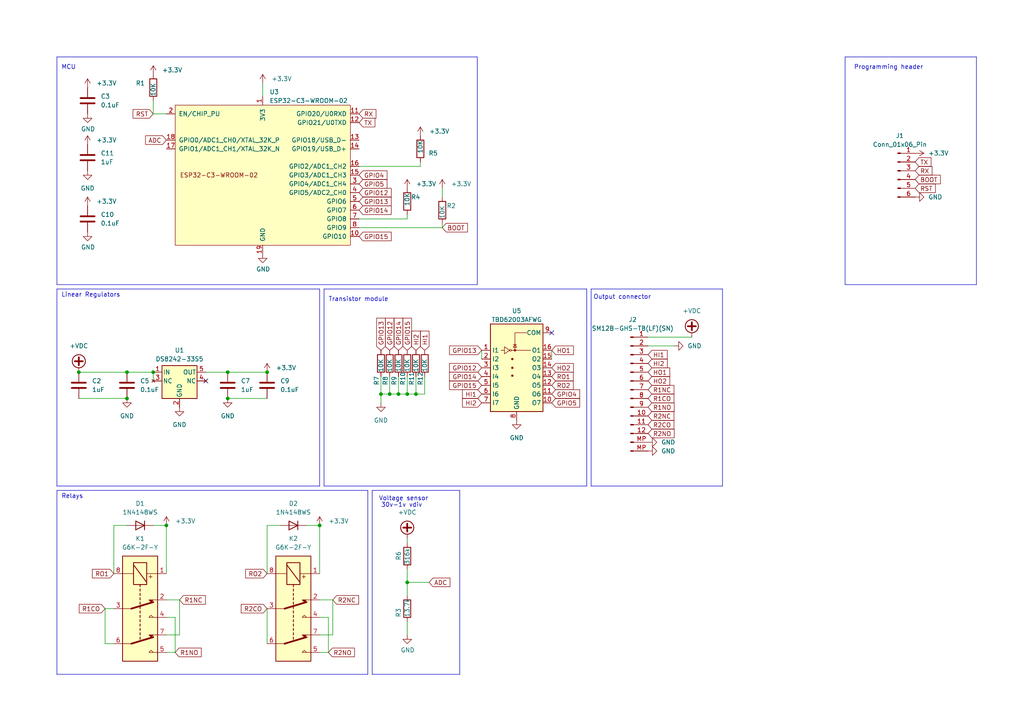
<source format=kicad_sch>
(kicad_sch (version 20230121) (generator eeschema)
  (paper "A4")
  (title_block (title "ESPRelay") (date "2023-11-30") (rev "1.0.0") (company "Drawn by FNB") (comment 1 "Thanks to https://github.com/PricelessToolkit/ESPClicker for inspiration"))
  (lib_symbols
    (symbol "Espressif:ESP32-C3-WROOM-02" (pin_names (offset 1.016))
      (property "Reference" "U" (at -25.4 25.4 0))
      (property "Value" "ESP32-C3-WROOM-02" (at -25.4 22.86 0))
      (symbol "ESP32-C3-WROOM-02_0_0"
        (text "ESP32-C3-WROOM-02" (at -12.7 0 0) (effects (font (size 1.27 1.27))))
      )
      (symbol "ESP32-C3-WROOM-02_0_1"
        (rectangle (start 25.4 20.32) (end -25.4 -20.32) (fill (type background)))
      )
      (symbol "ESP32-C3-WROOM-02_1_1"
        (pin power_in line (at 0 22.86 270) (length 2.54) (name "3V3") (number "1"))
        (pin bidirectional line (at 27.94 -17.78 180) (length 2.54) (name "GPIO10") (number "10"))
        (pin bidirectional line (at 27.94 17.78 180) (length 2.54) (name "GPIO20/U0RXD") (number "11"))
        (pin bidirectional line (at 27.94 15.24 180) (length 2.54) (name "GPIO21/U0TXD") (number "12"))
        (pin bidirectional line (at 27.94 10.16 180) (length 2.54) (name "GPIO18/USB_D-") (number "13"))
        (pin bidirectional line (at 27.94 7.62 180) (length 2.54) (name "GPIO19/USB_D+") (number "14"))
        (pin bidirectional line (at 27.94 0 180) (length 2.54) (name "GPIO3/ADC1_CH3") (number "15"))
        (pin bidirectional line (at 27.94 2.54 180) (length 2.54) (name "GPIO2/ADC1_CH2") (number "16"))
        (pin bidirectional line (at -27.94 7.62 0) (length 2.54) (name "GPIO1/ADC1_CH1/XTAL_32K_N") (number "17"))
        (pin bidirectional line (at -27.94 10.16 0) (length 2.54) (name "GPIO0/ADC1_CH0/XTAL_32K_P") (number "18"))
        (pin power_in line (at 0 -22.86 90) (length 2.54) (name "GND") (number "19"))
        (pin input line (at -27.94 17.78 0) (length 2.54) (name "EN/CHIP_PU") (number "2"))
        (pin bidirectional line (at 27.94 -2.54 180) (length 2.54) (name "GPIO4/ADC1_CH4") (number "3"))
        (pin bidirectional line (at 27.94 -5.08 180) (length 2.54) (name "GPIO5/ADC2_CH0") (number "4"))
        (pin bidirectional line (at 27.94 -7.62 180) (length 2.54) (name "GPIO6") (number "5"))
        (pin bidirectional line (at 27.94 -10.16 180) (length 2.54) (name "GPIO7") (number "6"))
        (pin bidirectional line (at 27.94 -12.7 180) (length 2.54) (name "GPIO8") (number "7"))
        (pin bidirectional line (at 27.94 -15.24 180) (length 2.54) (name "GPIO9") (number "8"))
        (pin passive line (at 0 -22.86 90) (length 2.54) hide (name "GND") (number "9"))
      )
    )
    (symbol "esprelay:1N4148WS" (pin_numbers hide) (pin_names hide)
      (property "Reference" "D" (at 0 2.54 0))
      (property "Value" "1N4148WS" (at 0 -2.54 0))
      (symbol "1N4148WS_0_1"
        (polyline (pts (xy -1.27 1.27) (xy -1.27 -1.27)) (stroke (width 0.254)))
        (polyline (pts (xy 1.27 0) (xy -1.27 0)))
        (polyline (pts (xy 1.27 1.27) (xy 1.27 -1.27) (xy -1.27 0) (xy 1.27 1.27)) (stroke (width 0.254)))
      )
      (symbol "1N4148WS_1_1"
        (pin passive line (at -3.81 0 0) (length 2.54) (name "K") (number "1"))
        (pin passive line (at 3.81 0 180) (length 2.54) (name "A") (number "2"))
      )
    )
    (symbol "esprelay:C" (pin_numbers hide) (pin_names (offset 0.254))
      (property "Reference" "C" (at 0.635 2.54 0))
      (property "Value" "C" (at 0.635 -2.54 0))
      (symbol "C_0_1"
        (polyline (pts (xy -2.032 -0.762) (xy 2.032 -0.762)) (stroke (width 0.508)))
        (polyline (pts (xy -2.032 0.762) (xy 2.032 0.762)) (stroke (width 0.508)))
      )
      (symbol "C_1_1"
        (pin passive line (at 0 3.81 270) (length 2.794) (name "~") (number "1"))
        (pin passive line (at 0 -3.81 90) (length 2.794) (name "~") (number "2"))
      )
    )
    (symbol "esprelay:Conn_01x06_Pin" (pin_names (offset 1.016) hide)
      (property "Reference" "J" (at 0 7.62 0))
      (property "Value" "Conn_01x06_Pin" (at 0 -10.16 0))
      (symbol "Conn_01x06_Pin_1_1"
        (polyline (pts (xy 1.27 -7.62) (xy 0.8636 -7.62)) (stroke (width 0.1524)))
        (polyline (pts (xy 1.27 -5.08) (xy 0.8636 -5.08)) (stroke (width 0.1524)))
        (polyline (pts (xy 1.27 -2.54) (xy 0.8636 -2.54)) (stroke (width 0.1524)))
        (polyline (pts (xy 1.27 0) (xy 0.8636 0)) (stroke (width 0.1524)))
        (polyline (pts (xy 1.27 2.54) (xy 0.8636 2.54)) (stroke (width 0.1524)))
        (polyline (pts (xy 1.27 5.08) (xy 0.8636 5.08)) (stroke (width 0.1524)))
        (rectangle (start 0.8636 -7.493) (end 0 -7.747) (stroke (width 0.1524)) (fill (type outline)))
        (rectangle (start 0.8636 -4.953) (end 0 -5.207) (stroke (width 0.1524)) (fill (type outline)))
        (rectangle (start 0.8636 -2.413) (end 0 -2.667) (stroke (width 0.1524)) (fill (type outline)))
        (rectangle (start 0.8636 0.127) (end 0 -0.127) (stroke (width 0.1524)) (fill (type outline)))
        (rectangle (start 0.8636 2.667) (end 0 2.413) (stroke (width 0.1524)) (fill (type outline)))
        (rectangle (start 0.8636 5.207) (end 0 4.953) (stroke (width 0.1524)) (fill (type outline)))
        (pin passive line (at 5.08 5.08 180) (length 3.81) (name "Pin_1") (number "1"))
        (pin passive line (at 5.08 2.54 180) (length 3.81) (name "Pin_2") (number "2"))
        (pin passive line (at 5.08 0 180) (length 3.81) (name "Pin_3") (number "3"))
        (pin passive line (at 5.08 -2.54 180) (length 3.81) (name "Pin_4") (number "4"))
        (pin passive line (at 5.08 -5.08 180) (length 3.81) (name "Pin_5") (number "5"))
        (pin passive line (at 5.08 -7.62 180) (length 3.81) (name "Pin_6") (number "6"))
      )
    )
    (symbol "esprelay:Conn_01x14_Pin" (pin_names (offset 1.016) hide)
      (property "Reference" "J" (at 0 17.78 0))
      (property "Value" "Conn_01x14_Pin" (at 0 -20.32 0))
      (symbol "Conn_01x14_Pin_1_1"
        (polyline (pts (xy 1.27 -17.78) (xy 0.8636 -17.78)) (stroke (width 0.1524)))
        (polyline (pts (xy 1.27 -15.24) (xy 0.8636 -15.24)) (stroke (width 0.1524)))
        (polyline (pts (xy 1.27 -12.7) (xy 0.8636 -12.7)) (stroke (width 0.1524)))
        (polyline (pts (xy 1.27 -10.16) (xy 0.8636 -10.16)) (stroke (width 0.1524)))
        (polyline (pts (xy 1.27 -7.62) (xy 0.8636 -7.62)) (stroke (width 0.1524)))
        (polyline (pts (xy 1.27 -5.08) (xy 0.8636 -5.08)) (stroke (width 0.1524)))
        (polyline (pts (xy 1.27 -2.54) (xy 0.8636 -2.54)) (stroke (width 0.1524)))
        (polyline (pts (xy 1.27 0) (xy 0.8636 0)) (stroke (width 0.1524)))
        (polyline (pts (xy 1.27 2.54) (xy 0.8636 2.54)) (stroke (width 0.1524)))
        (polyline (pts (xy 1.27 5.08) (xy 0.8636 5.08)) (stroke (width 0.1524)))
        (polyline (pts (xy 1.27 7.62) (xy 0.8636 7.62)) (stroke (width 0.1524)))
        (polyline (pts (xy 1.27 10.16) (xy 0.8636 10.16)) (stroke (width 0.1524)))
        (polyline (pts (xy 1.27 12.7) (xy 0.8636 12.7)) (stroke (width 0.1524)))
        (polyline (pts (xy 1.27 15.24) (xy 0.8636 15.24)) (stroke (width 0.1524)))
        (rectangle (start 0.8636 -17.653) (end 0 -17.907) (stroke (width 0.1524)) (fill (type outline)))
        (rectangle (start 0.8636 -15.113) (end 0 -15.367) (stroke (width 0.1524)) (fill (type outline)))
        (rectangle (start 0.8636 -12.573) (end 0 -12.827) (stroke (width 0.1524)) (fill (type outline)))
        (rectangle (start 0.8636 -10.033) (end 0 -10.287) (stroke (width 0.1524)) (fill (type outline)))
        (rectangle (start 0.8636 -7.493) (end 0 -7.747) (stroke (width 0.1524)) (fill (type outline)))
        (rectangle (start 0.8636 -4.953) (end 0 -5.207) (stroke (width 0.1524)) (fill (type outline)))
        (rectangle (start 0.8636 -2.413) (end 0 -2.667) (stroke (width 0.1524)) (fill (type outline)))
        (rectangle (start 0.8636 0.127) (end 0 -0.127) (stroke (width 0.1524)) (fill (type outline)))
        (rectangle (start 0.8636 2.667) (end 0 2.413) (stroke (width 0.1524)) (fill (type outline)))
        (rectangle (start 0.8636 5.207) (end 0 4.953) (stroke (width 0.1524)) (fill (type outline)))
        (rectangle (start 0.8636 7.747) (end 0 7.493) (stroke (width 0.1524)) (fill (type outline)))
        (rectangle (start 0.8636 10.287) (end 0 10.033) (stroke (width 0.1524)) (fill (type outline)))
        (rectangle (start 0.8636 12.827) (end 0 12.573) (stroke (width 0.1524)) (fill (type outline)))
        (rectangle (start 0.8636 15.367) (end 0 15.113) (stroke (width 0.1524)) (fill (type outline)))
        (pin passive line (at 5.08 15.24 180) (length 3.81) (name "Pin_1") (number "1"))
        (pin passive line (at 5.08 -7.62 180) (length 3.81) (name "Pin_10") (number "10"))
        (pin passive line (at 5.08 -10.16 180) (length 3.81) (name "Pin_11") (number "11"))
        (pin passive line (at 5.08 -12.7 180) (length 3.81) (name "Pin_12") (number "12"))
        (pin passive line (at 5.08 12.7 180) (length 3.81) (name "Pin_2") (number "2"))
        (pin passive line (at 5.08 10.16 180) (length 3.81) (name "Pin_3") (number "3"))
        (pin passive line (at 5.08 7.62 180) (length 3.81) (name "Pin_4") (number "4"))
        (pin passive line (at 5.08 5.08 180) (length 3.81) (name "Pin_5") (number "5"))
        (pin passive line (at 5.08 2.54 180) (length 3.81) (name "Pin_6") (number "6"))
        (pin passive line (at 5.08 0 180) (length 3.81) (name "Pin_7") (number "7"))
        (pin passive line (at 5.08 -2.54 180) (length 3.81) (name "Pin_8") (number "8"))
        (pin passive line (at 5.08 -5.08 180) (length 3.81) (name "Pin_9") (number "9"))
        (pin passive line (at 5.08 -15.24 180) (length 3.81) (name "Pin_13") (number "MP"))
        (pin passive line (at 5.08 -17.78 180) (length 3.81) (name "Pin_14") (number "MP"))
      )
    )
    (symbol "esprelay:DS8242" (pin_names (offset 0.254))
      (property "Reference" "U" (at -3.81 5.715 0))
      (property "Value" "DS8242" (at 0 5.715 0))
      (symbol "DS8242_0_1"
        (rectangle (start -5.08 4.445) (end 5.08 -5.08) (stroke (width 0.254)) (fill (type background)))
      )
      (symbol "DS8242_1_1"
        (pin power_in line (at -7.62 2.54 0) (length 2.54) (name "IN") (number "1"))
        (pin power_in line (at 0 -7.62 90) (length 2.54) (name "GND") (number "2"))
        (pin no_connect line (at -7.62 0 0) (length 2.54) (name "NC") (number "3"))
        (pin no_connect line (at 7.62 0 180) (length 2.54) (name "NC") (number "4"))
        (pin power_out line (at 7.62 2.54 180) (length 2.54) (name "OUT") (number "5"))
      )
    )
    (symbol "esprelay:G6K-2"
      (property "Reference" "K" (at 16.51 3.81 0))
      (property "Value" "G6K-2" (at 16.51 1.27 0))
      (symbol "G6K-2_0_0"
        (text "+" (at -9.271 2.921 0) (effects (font (size 1.27 1.27))))
      )
      (symbol "G6K-2_0_1"
        (rectangle (start -15.24 5.08) (end 15.24 -5.08) (stroke (width 0.254)) (fill (type background)))
        (rectangle (start -13.335 1.905) (end -6.985 -1.905) (stroke (width 0.254)))
        (polyline (pts (xy -12.7 -1.905) (xy -7.62 1.905)) (stroke (width 0.254)))
        (polyline (pts (xy -10.16 -5.08) (xy -10.16 -1.905)))
        (polyline (pts (xy -10.16 5.08) (xy -10.16 1.905)))
        (polyline (pts (xy -6.985 0) (xy -6.35 0)) (stroke (width 0.254)))
        (polyline (pts (xy -5.715 0) (xy -5.08 0)) (stroke (width 0.254)))
        (polyline (pts (xy -4.445 0) (xy -3.81 0)) (stroke (width 0.254)))
        (polyline (pts (xy -3.175 0) (xy -2.54 0)) (stroke (width 0.254)))
        (polyline (pts (xy -1.905 0) (xy -1.27 0)) (stroke (width 0.254)))
        (polyline (pts (xy -0.635 0) (xy 0 0)) (stroke (width 0.254)))
        (polyline (pts (xy 0 -2.54) (xy -1.905 3.81)) (stroke (width 0.508)))
        (polyline (pts (xy 0 -2.54) (xy 0 -5.08)))
        (polyline (pts (xy 0.635 0) (xy 1.27 0)) (stroke (width 0.254)))
        (polyline (pts (xy 1.905 0) (xy 2.54 0)) (stroke (width 0.254)))
        (polyline (pts (xy 3.175 0) (xy 3.81 0)) (stroke (width 0.254)))
        (polyline (pts (xy 4.445 0) (xy 5.08 0)) (stroke (width 0.254)))
        (polyline (pts (xy 5.715 0) (xy 6.35 0)) (stroke (width 0.254)))
        (polyline (pts (xy 6.985 0) (xy 7.62 0)) (stroke (width 0.254)))
        (polyline (pts (xy 8.255 0) (xy 8.89 0)) (stroke (width 0.254)))
        (polyline (pts (xy 10.16 -2.54) (xy 8.255 3.81)) (stroke (width 0.508)))
        (polyline (pts (xy 10.16 -2.54) (xy 10.16 -5.08)))
        (polyline (pts (xy -2.54 5.08) (xy -2.54 2.54) (xy -1.905 3.175) (xy -2.54 3.81)) (fill (type outline)))
        (polyline (pts (xy 2.54 5.08) (xy 2.54 2.54) (xy 1.905 3.175) (xy 2.54 3.81)))
        (polyline (pts (xy 7.62 5.08) (xy 7.62 2.54) (xy 8.255 3.175) (xy 7.62 3.81)) (fill (type outline)))
        (polyline (pts (xy 12.7 5.08) (xy 12.7 2.54) (xy 12.065 3.175) (xy 12.7 3.81)))
      )
      (symbol "G6K-2_1_1"
        (pin passive line (at -10.16 7.62 270) (length 2.54) (name "~") (number "1"))
        (pin passive line (at -2.54 7.62 270) (length 2.54) (name "~") (number "2"))
        (pin passive line (at 0 -7.62 90) (length 2.54) (name "~") (number "3"))
        (pin passive line (at 2.54 7.62 270) (length 2.54) (name "~") (number "4"))
        (pin passive line (at 12.7 7.62 270) (length 2.54) (name "~") (number "5"))
        (pin passive line (at 10.16 -7.62 90) (length 2.54) (name "~") (number "6"))
        (pin passive line (at 7.62 7.62 270) (length 2.54) (name "~") (number "7"))
        (pin passive line (at -10.16 -7.62 90) (length 2.54) (name "~") (number "8"))
      )
    )
    (symbol "esprelay:R" (pin_numbers hide) (pin_names (offset 0))
      (property "Reference" "R" (at 2.032 0 90))
      (property "Value" "R" (at 0 0 90))
      (symbol "R_0_1"
        (rectangle (start -1.016 -2.54) (end 1.016 2.54) (stroke (width 0.254)))
      )
      (symbol "R_1_1"
        (pin passive line (at 0 3.81 270) (length 1.27) (name "~") (number "1"))
        (pin passive line (at 0 -3.81 90) (length 1.27) (name "~") (number "2"))
      )
    )
    (symbol "esprelay:ULN2003A"
      (property "Reference" "U" (at 0 15.875 0))
      (property "Value" "ULN2003A" (at 0 13.97 0))
      (symbol "ULN2003A_0_1"
        (rectangle (start -7.62 -12.7) (end 7.62 12.7) (stroke (width 0.254)) (fill (type background)))
        (circle (center -1.778 5.08) (radius 0.254))
        (circle (center -1.27 -2.286) (radius 0.254) (fill (type outline)))
        (circle (center -1.27 0) (radius 0.254) (fill (type outline)))
        (circle (center -1.27 2.54) (radius 0.254) (fill (type outline)))
        (circle (center -0.508 5.08) (radius 0.254) (fill (type outline)))
        (polyline (pts (xy -4.572 5.08) (xy -3.556 5.08)))
        (polyline (pts (xy -1.524 5.08) (xy 4.064 5.08)))
        (polyline (pts (xy 0 6.731) (xy -1.016 6.731)))
        (polyline (pts (xy -0.508 5.08) (xy -0.508 10.16) (xy 2.921 10.16)))
        (polyline (pts (xy -3.556 6.096) (xy -3.556 4.064) (xy -2.032 5.08) (xy -3.556 6.096)))
        (polyline (pts (xy 0 5.969) (xy -1.016 5.969) (xy -0.508 6.731) (xy 0 5.969)))
      )
      (symbol "ULN2003A_1_1"
        (pin input line (at -10.16 5.08 0) (length 2.54) (name "I1") (number "1"))
        (pin open_collector line (at 10.16 -10.16 180) (length 2.54) (name "O7") (number "10"))
        (pin open_collector line (at 10.16 -7.62 180) (length 2.54) (name "O6") (number "11"))
        (pin open_collector line (at 10.16 -5.08 180) (length 2.54) (name "O5") (number "12"))
        (pin open_collector line (at 10.16 -2.54 180) (length 2.54) (name "O4") (number "13"))
        (pin open_collector line (at 10.16 0 180) (length 2.54) (name "O3") (number "14"))
        (pin open_collector line (at 10.16 2.54 180) (length 2.54) (name "O2") (number "15"))
        (pin open_collector line (at 10.16 5.08 180) (length 2.54) (name "O1") (number "16"))
        (pin input line (at -10.16 2.54 0) (length 2.54) (name "I2") (number "2"))
        (pin input line (at -10.16 0 0) (length 2.54) (name "I3") (number "3"))
        (pin input line (at -10.16 -2.54 0) (length 2.54) (name "I4") (number "4"))
        (pin input line (at -10.16 -5.08 0) (length 2.54) (name "I5") (number "5"))
        (pin input line (at -10.16 -7.62 0) (length 2.54) (name "I6") (number "6"))
        (pin input line (at -10.16 -10.16 0) (length 2.54) (name "I7") (number "7"))
        (pin power_in line (at 0 -15.24 90) (length 2.54) (name "GND") (number "8"))
        (pin passive line (at 10.16 10.16 180) (length 2.54) (name "COM") (number "9"))
      )
    )
    (symbol "power:+3.3V" (power) (pin_names (offset 0))
      (property "Value" "+3.3V" (at 0 3.556 0))
      (symbol "+3.3V_0_1"
        (polyline (pts (xy -0.762 1.27) (xy 0 2.54)))
        (polyline (pts (xy 0 0) (xy 0 2.54)))
        (polyline (pts (xy 0 2.54) (xy 0.762 1.27)))
      )
      (symbol "+3.3V_1_1"
        (pin power_in line (at 0 0 90) (length 0) hide (name "+3.3V") (number "1"))
      )
    )
    (symbol "power:+VDC" (power) (pin_names (offset 0))
      (property "Value" "+VDC" (at 0 6.35 0))
      (symbol "+VDC_0_1"
        (polyline (pts (xy -1.143 3.175) (xy 1.143 3.175)) (stroke (width 0.508)))
        (polyline (pts (xy 0 0) (xy 0 1.27)))
        (polyline (pts (xy 0 2.032) (xy 0 4.318)) (stroke (width 0.508)))
        (circle (center 0 3.175) (radius 1.905) (stroke (width 0.254)))
      )
      (symbol "+VDC_1_1"
        (pin power_in line (at 0 0 90) (length 0) hide (name "+VDC") (number "1"))
      )
    )
    (symbol "power:GND" (power) (pin_names (offset 0))
      (property "Value" "GND" (at 0 -3.81 0))
      (symbol "GND_0_1"
        (polyline (pts (xy 0 0) (xy 0 -1.27) (xy 1.27 -1.27) (xy 0 -2.54) (xy -1.27 -1.27) (xy 0 -1.27)))
      )
      (symbol "GND_1_1"
        (pin power_in line (at 0 0 270) (length 0) hide (name "GND") (number "1"))
      )
    )
  )
  (junction (at 48.26 152.4))
  (junction (at 66.04 107.95))
  (junction (at 22.86 107.95))
  (junction (at 110.49 114.3))
  (junction (at 115.57 114.3))
  (junction (at 66.04 115.57))
  (junction (at 44.45 107.95))
  (junction (at 92.71 152.4))
  (junction (at 36.83 115.57))
  (junction (at 118.11 168.91))
  (junction (at 77.47 107.95))
  (junction (at 120.65 114.3))
  (junction (at 36.83 107.95))
  (junction (at 113.03 114.3))
  (junction (at 118.11 114.3))
  (no_connect (at 160.02 96.52))
  (no_connect (at 59.69 110.49))
  (polyline (pts (xy 107.95 142.24) (xy 107.95 195.58)))
  (wire (pts (xy 121.92 46.99) (xy 121.92 48.26)))
  (polyline (pts (xy 138.43 16.51) (xy 138.43 82.55)))
  (polyline (pts (xy 245.11 16.51) (xy 245.11 82.55)))
  (wire (pts (xy 95.25 189.23) (xy 92.71 189.23)))
  (wire (pts (xy 22.86 107.95) (xy 36.83 107.95)))
  (wire (pts (xy 124.46 168.91) (xy 118.11 168.91)))
  (polyline (pts (xy 133.35 142.24) (xy 107.95 142.24)))
  (wire (pts (xy 110.49 114.3) (xy 113.03 114.3)))
  (polyline (pts (xy 138.43 82.55) (xy 16.51 82.55)))
  (wire (pts (xy 92.71 166.37) (xy 92.71 152.4)))
  (wire (pts (xy 118.11 165.1) (xy 118.11 168.91)))
  (polyline (pts (xy 209.55 83.82) (xy 209.55 140.97)))
  (wire (pts (xy 22.86 115.57) (xy 36.83 115.57)))
  (wire (pts (xy 139.7 101.6) (xy 139.7 104.14)))
  (polyline (pts (xy 245.11 82.55) (xy 283.21 82.55)))
  (wire (pts (xy 118.11 180.34) (xy 118.11 184.15)))
  (polyline (pts (xy 92.71 83.82) (xy 16.51 83.82)))
  (wire (pts (xy 113.03 109.22) (xy 113.03 114.3)))
  (wire (pts (xy 160.02 101.6) (xy 160.02 104.14)))
  (polyline (pts (xy 92.71 83.82) (xy 92.71 140.97)))
  (wire (pts (xy 123.19 109.22) (xy 123.19 114.3)))
  (wire (pts (xy 92.71 179.07) (xy 95.25 179.07)))
  (wire (pts (xy 44.45 33.02) (xy 48.26 33.02)))
  (wire (pts (xy 118.11 109.22) (xy 118.11 114.3)))
  (wire (pts (xy 48.26 184.15) (xy 52.07 184.15)))
  (wire (pts (xy 48.26 179.07) (xy 50.8 179.07)))
  (polyline (pts (xy 106.68 142.24) (xy 106.68 195.58)))
  (polyline (pts (xy 209.55 140.97) (xy 171.45 140.97)))
  (wire (pts (xy 48.26 166.37) (xy 48.26 152.4)))
  (wire (pts (xy 118.11 62.23) (xy 118.11 63.5)))
  (wire (pts (xy 52.07 173.99) (xy 52.07 184.15)))
  (wire (pts (xy 115.57 114.3) (xy 118.11 114.3)))
  (polyline (pts (xy 138.43 16.51) (xy 16.51 16.51)))
  (wire (pts (xy 81.28 152.4) (xy 77.47 152.4)))
  (polyline (pts (xy 170.18 140.97) (xy 93.98 140.97)))
  (wire (pts (xy 104.14 63.5) (xy 118.11 63.5)))
  (wire (pts (xy 118.11 114.3) (xy 120.65 114.3)))
  (wire (pts (xy 59.69 107.95) (xy 66.04 107.95)))
  (wire (pts (xy 110.49 109.22) (xy 110.49 114.3)))
  (wire (pts (xy 115.57 109.22) (xy 115.57 114.3)))
  (wire (pts (xy 104.14 48.26) (xy 121.92 48.26)))
  (polyline (pts (xy 171.45 83.82) (xy 171.45 140.97)))
  (wire (pts (xy 52.07 173.99) (xy 48.26 173.99)))
  (wire (pts (xy 30.48 176.53) (xy 30.48 186.69)))
  (wire (pts (xy 50.8 179.07) (xy 50.8 189.23)))
  (wire (pts (xy 120.65 114.3) (xy 123.19 114.3)))
  (polyline (pts (xy 106.68 195.58) (xy 16.51 195.58)))
  (wire (pts (xy 66.04 107.95) (xy 77.47 107.95)))
  (polyline (pts (xy 16.51 142.24) (xy 16.51 195.58)))
  (wire (pts (xy 50.8 189.23) (xy 48.26 189.23)))
  (wire (pts (xy 128.27 66.04) (xy 128.27 64.77)))
  (wire (pts (xy 66.04 115.57) (xy 77.47 115.57)))
  (polyline (pts (xy 283.21 16.51) (xy 245.11 16.51)))
  (wire (pts (xy 118.11 168.91) (xy 118.11 172.72)))
  (wire (pts (xy 110.49 114.3) (xy 110.49 116.84)))
  (polyline (pts (xy 170.18 83.82) (xy 170.18 140.97)))
  (polyline (pts (xy 209.55 83.82) (xy 171.45 83.82)))
  (wire (pts (xy 36.83 152.4) (xy 33.02 152.4)))
  (wire (pts (xy 118.11 156.21) (xy 118.11 157.48)))
  (wire (pts (xy 187.96 97.79) (xy 200.66 97.79)))
  (polyline (pts (xy 133.35 195.58) (xy 107.95 195.58)))
  (wire (pts (xy 128.27 54.61) (xy 128.27 57.15)))
  (wire (pts (xy 76.2 24.13) (xy 76.2 27.94)))
  (wire (pts (xy 33.02 176.53) (xy 30.48 176.53)))
  (wire (pts (xy 36.83 107.95) (xy 44.45 107.95)))
  (wire (pts (xy 128.27 66.04) (xy 104.14 66.04)))
  (wire (pts (xy 88.9 152.4) (xy 92.71 152.4)))
  (wire (pts (xy 95.25 179.07) (xy 95.25 189.23)))
  (polyline (pts (xy 92.71 140.97) (xy 16.51 140.97)))
  (polyline (pts (xy 283.21 82.55) (xy 283.21 16.51)))
  (polyline (pts (xy 93.98 83.82) (xy 93.98 140.97)))
  (wire (pts (xy 96.52 173.99) (xy 96.52 184.15)))
  (wire (pts (xy 92.71 184.15) (xy 96.52 184.15)))
  (polyline (pts (xy 16.51 83.82) (xy 16.51 140.97)))
  (wire (pts (xy 195.58 100.33) (xy 187.96 100.33)))
  (wire (pts (xy 44.45 152.4) (xy 48.26 152.4)))
  (wire (pts (xy 33.02 152.4) (xy 33.02 166.37)))
  (polyline (pts (xy 16.51 16.51) (xy 16.51 82.55)))
  (polyline (pts (xy 133.35 142.24) (xy 133.35 195.58)))
  (wire (pts (xy 30.48 186.69) (xy 33.02 186.69)))
  (wire (pts (xy 44.45 33.02) (xy 44.45 29.21)))
  (wire (pts (xy 96.52 173.99) (xy 92.71 173.99)))
  (wire (pts (xy 44.45 107.95) (xy 44.45 110.49)))
  (wire (pts (xy 77.47 176.53) (xy 77.47 186.69)))
  (wire (pts (xy 77.47 152.4) (xy 77.47 166.37)))
  (polyline (pts (xy 170.18 83.82) (xy 93.98 83.82)))
  (wire (pts (xy 113.03 114.3) (xy 115.57 114.3)))
  (polyline (pts (xy 106.68 142.24) (xy 16.51 142.24)))
  (wire (pts (xy 120.65 109.22) (xy 120.65 114.3)))
  (text "Transistor module" (at 95.25 87.63 0) (effects (font (size 1.27 1.27)) (justify left bottom)))
  (text "Linear Regulators" (at 17.78 86.36 0) (effects (font (size 1.27 1.27)) (justify left bottom)))
  (text "MCU\n" (at 17.78 20.32 0) (effects (font (size 1.27 1.27)) (justify left bottom)))
  (text "Output connector" (at 172.085 86.995 0) (effects (font (size 1.27 1.27)) (justify left bottom)))
  (text "Programming header" (at 247.65 20.32 0) (effects (font (size 1.27 1.27)) (justify left bottom)))
  (text "Relays" (at 17.78 144.78 0) (effects (font (size 1.27 1.27)) (justify left bottom)))
  (text "Voltage sensor" (at 109.855 145.415 0) (effects (font (size 1.27 1.27)) (justify left bottom)))
  (text "30v-1v vdiv" (at 110.49 147.32 0) (effects (font (size 1.27 1.27)) (justify left bottom)))
  (global_label "HO2" (shape input) (at 160.02 106.68 0) (property "Intersheetrefs" "${INTERSHEET_REFS}" (effects hide)))
  (global_label "GPIO4" (shape input) (at 160.02 114.3 0) (property "Intersheetrefs" "${INTERSHEET_REFS}" (effects hide)))
  (global_label "HI2" (shape input) (at 139.7 116.84 180) (property "Intersheetrefs" "${INTERSHEET_REFS}" (effects hide)))
  (global_label "TX" (shape input) (at 104.14 35.56 0) (property "Intersheetrefs" "${INTERSHEET_REFS}" (effects hide)))
  (global_label "ADC" (shape input) (at 124.46 168.91 0) (property "Intersheetrefs" "${INTERSHEET_REFS}" (effects hide)))
  (global_label "HI2" (shape input) (at 187.96 105.41 0) (property "Intersheetrefs" "${INTERSHEET_REFS}" (effects hide)))
  (global_label "R2NC" (shape input) (at 96.52 173.99 0) (property "Intersheetrefs" "${INTERSHEET_REFS}" (effects hide)))
  (global_label "RO1" (shape input) (at 33.02 166.37 180) (property "Intersheetrefs" "${INTERSHEET_REFS}" (effects hide)))
  (global_label "GPIO14" (shape input) (at 104.14 60.96 0) (property "Intersheetrefs" "${INTERSHEET_REFS}" (effects hide)))
  (global_label "GPIO15" (shape input) (at 104.14 68.58 0) (property "Intersheetrefs" "${INTERSHEET_REFS}" (effects hide)))
  (global_label "HI1" (shape input) (at 187.96 102.87 0) (property "Intersheetrefs" "${INTERSHEET_REFS}" (effects hide)))
  (global_label "TX" (shape input) (at 265.43 46.99 0) (property "Intersheetrefs" "${INTERSHEET_REFS}" (effects hide)))
  (global_label "ADC" (shape input) (at 48.26 40.64 180) (property "Intersheetrefs" "${INTERSHEET_REFS}" (effects hide)))
  (global_label "R1NC" (shape input) (at 52.07 173.99 0) (property "Intersheetrefs" "${INTERSHEET_REFS}" (effects hide)))
  (global_label "GPIO13" (shape input) (at 110.49 101.6 90) (property "Intersheetrefs" "${INTERSHEET_REFS}" (effects hide)))
  (global_label "R1NC" (shape input) (at 187.96 113.03 0) (property "Intersheetrefs" "${INTERSHEET_REFS}" (effects hide)))
  (global_label "R1CO" (shape input) (at 30.48 176.53 180) (property "Intersheetrefs" "${INTERSHEET_REFS}" (effects hide)))
  (global_label "R2NO" (shape input) (at 95.25 189.23 0) (property "Intersheetrefs" "${INTERSHEET_REFS}" (effects hide)))
  (global_label "HO1" (shape input) (at 187.96 107.95 0) (property "Intersheetrefs" "${INTERSHEET_REFS}" (effects hide)))
  (global_label "BOOT" (shape input) (at 128.27 66.04 0) (property "Intersheetrefs" "${INTERSHEET_REFS}" (effects hide)))
  (global_label "HO1" (shape input) (at 160.02 101.6 0) (property "Intersheetrefs" "${INTERSHEET_REFS}" (effects hide)))
  (global_label "R2CO" (shape input) (at 77.47 176.53 180) (property "Intersheetrefs" "${INTERSHEET_REFS}" (effects hide)))
  (global_label "RX" (shape input) (at 265.43 49.53 0) (property "Intersheetrefs" "${INTERSHEET_REFS}" (effects hide)))
  (global_label "R1NO" (shape input) (at 50.8 189.23 0) (property "Intersheetrefs" "${INTERSHEET_REFS}" (effects hide)))
  (global_label "R1NO" (shape input) (at 187.96 118.11 0) (property "Intersheetrefs" "${INTERSHEET_REFS}" (effects hide)))
  (global_label "GPIO14" (shape input) (at 139.7 109.22 180) (property "Intersheetrefs" "${INTERSHEET_REFS}" (effects hide)))
  (global_label "R2NO" (shape input) (at 187.96 125.73 0) (property "Intersheetrefs" "${INTERSHEET_REFS}" (effects hide)))
  (global_label "GPIO12" (shape input) (at 139.7 106.68 180) (property "Intersheetrefs" "${INTERSHEET_REFS}" (effects hide)))
  (global_label "GPIO5" (shape input) (at 104.14 53.34 0) (property "Intersheetrefs" "${INTERSHEET_REFS}" (effects hide)))
  (global_label "RST" (shape input) (at 265.43 54.61 0) (property "Intersheetrefs" "${INTERSHEET_REFS}" (effects hide)))
  (global_label "GPIO15" (shape input) (at 118.11 101.6 90) (property "Intersheetrefs" "${INTERSHEET_REFS}" (effects hide)))
  (global_label "HI1" (shape input) (at 123.19 101.6 90) (property "Intersheetrefs" "${INTERSHEET_REFS}" (effects hide)))
  (global_label "RX" (shape input) (at 104.14 33.02 0) (property "Intersheetrefs" "${INTERSHEET_REFS}" (effects hide)))
  (global_label "HI2" (shape input) (at 120.65 101.6 90) (property "Intersheetrefs" "${INTERSHEET_REFS}" (effects hide)))
  (global_label "RO1" (shape input) (at 160.02 109.22 0) (property "Intersheetrefs" "${INTERSHEET_REFS}" (effects hide)))
  (global_label "RO2" (shape input) (at 160.02 111.76 0) (property "Intersheetrefs" "${INTERSHEET_REFS}" (effects hide)))
  (global_label "GPIO12" (shape input) (at 104.14 55.88 0) (property "Intersheetrefs" "${INTERSHEET_REFS}" (effects hide)))
  (global_label "GPIO13" (shape input) (at 104.14 58.42 0) (property "Intersheetrefs" "${INTERSHEET_REFS}" (effects hide)))
  (global_label "RST" (shape input) (at 44.45 33.02 180) (property "Intersheetrefs" "${INTERSHEET_REFS}" (effects hide)))
  (global_label "HO2" (shape input) (at 187.96 110.49 0) (property "Intersheetrefs" "${INTERSHEET_REFS}" (effects hide)))
  (global_label "GPIO15" (shape input) (at 139.7 111.76 180) (property "Intersheetrefs" "${INTERSHEET_REFS}" (effects hide)))
  (global_label "R1CO" (shape input) (at 187.96 115.57 0) (property "Intersheetrefs" "${INTERSHEET_REFS}" (effects hide)))
  (global_label "R2NC" (shape input) (at 187.96 120.65 0) (property "Intersheetrefs" "${INTERSHEET_REFS}" (effects hide)))
  (global_label "R2CO" (shape input) (at 187.96 123.19 0) (property "Intersheetrefs" "${INTERSHEET_REFS}" (effects hide)))
  (global_label "BOOT" (shape input) (at 265.43 52.07 0) (property "Intersheetrefs" "${INTERSHEET_REFS}" (effects hide)))
  (global_label "HI1" (shape input) (at 139.7 114.3 180) (property "Intersheetrefs" "${INTERSHEET_REFS}" (effects hide)))
  (global_label "GPIO12" (shape input) (at 113.03 101.6 90) (property "Intersheetrefs" "${INTERSHEET_REFS}" (effects hide)))
  (global_label "GPIO4" (shape input) (at 104.14 50.8 0) (property "Intersheetrefs" "${INTERSHEET_REFS}" (effects hide)))
  (global_label "RO2" (shape input) (at 77.47 166.37 180) (property "Intersheetrefs" "${INTERSHEET_REFS}" (effects hide)))
  (global_label "GPIO13" (shape input) (at 139.7 101.6 180) (property "Intersheetrefs" "${INTERSHEET_REFS}" (effects hide)))
  (global_label "GPIO5" (shape input) (at 160.02 116.84 0) (property "Intersheetrefs" "${INTERSHEET_REFS}" (effects hide)))
  (global_label "GPIO14" (shape input) (at 115.57 101.6 90) (property "Intersheetrefs" "${INTERSHEET_REFS}" (effects hide)))
  (symbol (lib_id "power:GND") (at 36.83 115.57 0) (unit 1)
    (property "Reference" "#PWR06" (effects hide))
    (property "Value" "GND" (at 36.83 120.65 0))
  )
  (symbol (lib_id "power:+3.3V") (at 76.2 24.13 0) (unit 1)
    (property "Reference" "#PWR023" (effects hide))
    (property "Value" "+3.3V" (at 78.74 22.8599 0) (effects (justify left)))
  )
  (symbol (lib_id "esprelay:1N4148WS") (at 40.64 152.4 180) (unit 1)
    (property "Reference" "D1" (at 40.64 146.05 0))
    (property "Value" "1N4148WS" (at 40.64 148.59 0))
    (property "Footprint" "Diode_SMD:D_SOD-323" (effects hide))
    (property "Datasheet" "https://www.vishay.com/docs/85751/1n4148ws.pdf" (effects hide))
    (property "LCSC Part #" "C2128" (effects hide))
  )
  (symbol (lib_id "esprelay:R") (at 121.92 43.18 180) (unit 1)
    (property "Reference" "R5" (at 127 44.45 0) (effects (justify left)))
    (property "Value" "10K" (at 121.92 40.64 90) (effects (justify left)))
    (property "Footprint" "Resistor_SMD:R_0402_1005Metric" (effects hide))
    (property "LCSC Part #" "C25744" (effects hide))
  )
  (symbol (lib_id "power:GND") (at 25.4 67.31 0) (unit 1)
    (property "Reference" "#PWR025" (effects hide))
    (property "Value" "GND" (at 25.527 71.7042 0))
  )
  (symbol (lib_id "Espressif:ESP32-C3-WROOM-02") (at 76.2 50.8 0) (unit 1)
    (property "Reference" "U3" (at 78.1559 26.67 0) (effects (justify left)))
    (property "Value" "ESP32-C3-WROOM-02" (at 78.1559 29.21 0) (effects (justify left)))
    (property "Footprint" "Espressif:ESP32-C3-WROOM-02" (effects hide))
    (property "Datasheet" "https://www.espressif.com/sites/default/files/documentation/esp32-c3-wroom-02_datasheet_en.pdf" (effects hide))
  )
  (symbol (lib_id "esprelay:R") (at 115.57 105.41 0) (unit 1)
    (property "Reference" "R9" (at 114.3 111.76 90) (effects (justify left)))
    (property "Value" "10K" (at 115.57 107.95 90) (effects (justify left)))
    (property "Footprint" "Resistor_SMD:R_0402_1005Metric" (effects hide))
    (property "LCSC Part #" "C25744" (effects hide))
  )
  (symbol (lib_id "esprelay:G6K-2") (at 85.09 176.53 270) (unit 1)
    (property "Reference" "K2" (at 85.09 156.21 90))
    (property "Value" "G6K-2F-Y" (at 85.09 158.75 90))
    (property "Footprint" "Relay_SMD:Relay_DPDT_Omron_G6K-2F-Y" (effects hide))
    (property "Datasheet" "http://omronfs.omron.com/en_US/ecb/products/pdf/en-g6k.pdf" (effects hide))
    (property "LCSC Part #" "C2982926" (effects hide))
  )
  (symbol (lib_id "power:+3.3V") (at 265.43 44.45 270) (unit 1)
    (property "Reference" "#PWR033" (effects hide))
    (property "Value" "+3.3V" (at 269.24 44.45 90) (effects (justify left)))
  )
  (symbol (lib_id "power:GND") (at 149.86 121.92 0) (unit 1)
    (property "Reference" "#PWR039" (effects hide))
    (property "Value" "GND" (at 149.86 127 0))
  )
  (symbol (lib_id "power:+3.3V") (at 118.11 54.61 0) (unit 1)
    (property "Reference" "#PWR020" (effects hide))
    (property "Value" "+3.3V" (at 120.65 53.3399 0) (effects (justify left)))
  )
  (symbol (lib_id "power:GND") (at 25.4 33.02 0) (unit 1)
    (property "Reference" "#PWR04" (effects hide))
    (property "Value" "GND" (at 25.527 37.4142 0))
  )
  (symbol (lib_id "esprelay:R") (at 118.11 105.41 0) (unit 1)
    (property "Reference" "R10" (at 116.84 111.76 90) (effects (justify left)))
    (property "Value" "10K" (at 118.11 107.95 90) (effects (justify left)))
    (property "Footprint" "Resistor_SMD:R_0402_1005Metric" (effects hide))
    (property "LCSC Part #" "C25744" (effects hide))
  )
  (symbol (lib_id "power:+3.3V") (at 77.47 107.95 0) (unit 1)
    (property "Reference" "#PWR018" (effects hide))
    (property "Value" "+3.3V" (at 80.01 106.6799 0) (effects (justify left)))
  )
  (symbol (lib_id "power:GND") (at 195.58 100.33 90) (unit 1)
    (property "Reference" "#PWR037" (effects hide))
    (property "Value" "GND" (at 199.39 100.33 90) (effects (justify right)))
  )
  (symbol (lib_id "power:GND") (at 187.96 130.81 90) (unit 1)
    (property "Reference" "#PWR036" (effects hide))
    (property "Value" "GND" (at 191.77 130.81 90) (effects (justify right)))
  )
  (symbol (lib_id "power:GND") (at 52.07 118.11 0) (unit 1)
    (property "Reference" "#PWR011" (effects hide))
    (property "Value" "GND" (at 52.07 123.19 0))
  )
  (symbol (lib_id "esprelay:C") (at 22.86 111.76 0) (unit 1)
    (property "Reference" "C2" (at 26.67 110.4899 0) (effects (justify left)))
    (property "Value" "1uF" (at 26.67 113.0299 0) (effects (justify left)))
    (property "Footprint" "Capacitor_SMD:C_0402_1005Metric" (effects hide))
    (property "LCSC Part #" "C52923" (effects hide))
  )
  (symbol (lib_id "esprelay:C") (at 36.83 111.76 180) (unit 1)
    (property "Reference" "C5" (at 40.64 110.49 0) (effects (justify right)))
    (property "Value" "0.1uF" (at 40.64 113.03 0) (effects (justify right)))
    (property "Footprint" "Capacitor_SMD:C_0402_1005Metric" (effects hide))
    (property "LCSC Part #" "C307331" (effects hide))
  )
  (symbol (lib_id "power:GND") (at 110.49 116.84 0) (unit 1)
    (property "Reference" "#PWR032" (effects hide))
    (property "Value" "GND" (at 110.49 121.92 0))
  )
  (symbol (lib_id "esprelay:R") (at 123.19 105.41 0) (unit 1)
    (property "Reference" "R12" (at 121.92 111.76 90) (effects (justify left)))
    (property "Value" "10K" (at 123.19 107.95 90) (effects (justify left)))
    (property "Footprint" "Resistor_SMD:R_0402_1005Metric" (effects hide))
    (property "LCSC Part #" "C25744" (effects hide))
  )
  (symbol (lib_id "esprelay:DS8242") (at 52.07 110.49 0) (unit 1)
    (property "Reference" "U1" (at 52.07 101.6 0))
    (property "Value" "DS8242-33S5" (at 52.07 104.14 0))
    (property "Footprint" "Package_TO_SOT_SMD:SOT-23-5" (effects hide))
    (property "Datasheet" "https://datasheet.lcsc.com/lcsc/2312181236_DSTECH-DS8242-33S5_C5884133.pdf" (effects hide))
    (property "LCSC Part #" "C5884133" (effects hide))
  )
  (symbol (lib_id "esprelay:R") (at 120.65 105.41 0) (unit 1)
    (property "Reference" "R11" (at 119.38 111.76 90) (effects (justify left)))
    (property "Value" "10K" (at 120.65 107.95 90) (effects (justify left)))
    (property "Footprint" "Resistor_SMD:R_0402_1005Metric" (effects hide))
    (property "LCSC Part #" "C25744" (effects hide))
  )
  (symbol (lib_id "power:+3.3V") (at 25.4 41.91 0) (unit 1)
    (property "Reference" "#PWR027" (effects hide))
    (property "Value" "+3.3V" (at 27.94 40.6399 0) (effects (justify left)))
  )
  (symbol (lib_id "esprelay:R") (at 44.45 25.4 0) (unit 1)
    (property "Reference" "R1" (at 39.37 24.13 0) (effects (justify left)))
    (property "Value" "10K" (at 44.45 27.94 90) (effects (justify left)))
    (property "Footprint" "Resistor_SMD:R_0402_1005Metric" (effects hide))
    (property "LCSC Part #" "C25744" (effects hide))
  )
  (symbol (lib_id "esprelay:C") (at 66.04 111.76 0) (unit 1)
    (property "Reference" "C7" (at 69.85 110.4899 0) (effects (justify left)))
    (property "Value" "1uF" (at 69.85 113.0299 0) (effects (justify left)))
    (property "Footprint" "Capacitor_SMD:C_0402_1005Metric" (effects hide))
    (property "LCSC Part #" "C52923" (effects hide))
  )
  (symbol (lib_id "esprelay:C") (at 25.4 29.21 0) (unit 1)
    (property "Reference" "C3" (at 29.21 27.94 0) (effects (justify left)))
    (property "Value" "0.1uF" (at 29.21 30.48 0) (effects (justify left)))
    (property "Footprint" "Capacitor_SMD:C_0402_1005Metric" (effects hide))
    (property "LCSC Part #" "C307331" (effects hide))
  )
  (symbol (lib_id "power:+VDC") (at 22.86 107.95 0) (unit 1)
    (property "Reference" "#PWR02" (effects hide))
    (property "Value" "+VDC" (at 22.86 100.33 0))
  )
  (symbol (lib_id "esprelay:R") (at 118.11 58.42 180) (unit 1)
    (property "Reference" "R4" (at 121.92 57.15 0) (effects (justify left)))
    (property "Value" "10K" (at 118.11 55.88 90) (effects (justify left)))
    (property "Footprint" "Resistor_SMD:R_0402_1005Metric" (effects hide))
    (property "LCSC Part #" "C25744" (effects hide))
  )
  (symbol (lib_id "esprelay:R") (at 118.11 161.29 0) (unit 1)
    (property "Reference" "R6" (at 115.57 162.56 90) (effects (justify left)))
    (property "Value" "316k" (at 118.11 163.83 90) (effects (justify left)))
    (property "Footprint" "Resistor_SMD:R_0402_1005Metric" (effects hide))
    (property "LCSC Part #" "C25777" (effects hide))
  )
  (symbol (lib_id "power:GND") (at 118.11 184.15 0) (unit 1)
    (property "Reference" "#PWR031" (effects hide))
    (property "Value" "GND" (at 118.237 188.5442 0))
  )
  (symbol (lib_id "esprelay:C") (at 25.4 45.72 0) (unit 1)
    (property "Reference" "C11" (at 29.21 44.4499 0) (effects (justify left)))
    (property "Value" "1uF" (at 29.21 46.9899 0) (effects (justify left)))
    (property "Footprint" "Capacitor_SMD:C_0402_1005Metric" (effects hide))
    (property "LCSC Part #" "C52923" (effects hide))
  )
  (symbol (lib_id "esprelay:C") (at 77.47 111.76 0) (unit 1)
    (property "Reference" "C9" (at 81.28 110.49 0) (effects (justify left)))
    (property "Value" "0.1uF" (at 81.28 113.03 0) (effects (justify left)))
    (property "Footprint" "Capacitor_SMD:C_0402_1005Metric" (effects hide))
    (property "LCSC Part #" "C307331" (effects hide))
  )
  (symbol (lib_id "esprelay:Conn_01x14_Pin") (at 182.88 113.03 0) (unit 1)
    (property "Reference" "J2" (at 183.515 92.71 0))
    (property "Value" "SM12B-GHS-TB(LF)(SN)" (at 183.515 95.25 0))
    (property "Footprint" "Connector_JST:JST_GH_SM12B-GHS-TB_1x12-1MP_P1.25mm_Horizontal" (effects hide))
    (property "Datasheet" "https://datasheet.lcsc.com/lcsc/1811061307_JST-SM12B-GHS-TB-LF-SN_C265421.pdf" (effects hide))
    (property "LCSC Part #" "C265421" (effects hide))
  )
  (symbol (lib_id "power:GND") (at 265.43 57.15 90) (unit 1)
    (property "Reference" "#PWR034" (effects hide))
    (property "Value" "GND" (at 269.24 57.15 90) (effects (justify right)))
  )
  (symbol (lib_id "power:+3.3V") (at 44.45 21.59 0) (unit 1)
    (property "Reference" "#PWR07" (effects hide))
    (property "Value" "+3.3V" (at 46.99 20.3199 0) (effects (justify left)))
  )
  (symbol (lib_id "power:+3.3V") (at 121.92 39.37 0) (unit 1)
    (property "Reference" "#PWR022" (effects hide))
    (property "Value" "+3.3V" (at 124.46 38.0999 0) (effects (justify left)))
  )
  (symbol (lib_id "power:+3.3V") (at 25.4 59.69 0) (unit 1)
    (property "Reference" "#PWR024" (effects hide))
    (property "Value" "+3.3V" (at 27.94 58.4199 0) (effects (justify left)))
  )
  (symbol (lib_id "power:+3.3V") (at 128.27 54.61 0) (unit 1)
    (property "Reference" "#PWR019" (effects hide))
    (property "Value" "+3.3V" (at 130.81 53.3399 0) (effects (justify left)))
  )
  (symbol (lib_id "esprelay:C") (at 25.4 63.5 0) (unit 1)
    (property "Reference" "C10" (at 29.21 62.23 0) (effects (justify left)))
    (property "Value" "0.1uF" (at 29.21 64.77 0) (effects (justify left)))
    (property "Footprint" "Capacitor_SMD:C_0402_1005Metric" (effects hide))
    (property "LCSC Part #" "C307331" (effects hide))
  )
  (symbol (lib_id "esprelay:Conn_01x06_Pin") (at 260.35 49.53 0) (unit 1)
    (property "Reference" "J1" (at 260.985 39.37 0))
    (property "Value" "Conn_01x06_Pin" (at 260.985 41.91 0))
    (property "Footprint" "TestPoint:TestPoint_Pad_1.0x1.0mm_6pad" (effects hide))
  )
  (symbol (lib_id "power:GND") (at 76.2 73.66 0) (unit 1)
    (property "Reference" "#PWR08" (effects hide))
    (property "Value" "GND" (at 76.327 78.0542 0))
  )
  (symbol (lib_id "esprelay:R") (at 113.03 105.41 0) (unit 1)
    (property "Reference" "R8" (at 111.76 111.76 90) (effects (justify left)))
    (property "Value" "10K" (at 113.03 107.95 90) (effects (justify left)))
    (property "Footprint" "Resistor_SMD:R_0402_1005Metric" (effects hide))
    (property "LCSC Part #" "C25744" (effects hide))
  )
  (symbol (lib_id "power:+3.3V") (at 48.26 152.4 0) (unit 1)
    (property "Reference" "#PWR01" (effects hide))
    (property "Value" "+3.3V" (at 50.8 151.1299 0) (effects (justify left)))
  )
  (symbol (lib_id "power:GND") (at 25.4 49.53 0) (unit 1)
    (property "Reference" "#PWR026" (effects hide))
    (property "Value" "GND" (at 25.4 54.61 0))
  )
  (symbol (lib_id "power:GND") (at 187.96 128.27 90) (unit 1)
    (property "Reference" "#PWR035" (effects hide))
    (property "Value" "GND" (at 191.77 128.27 90) (effects (justify right)))
  )
  (symbol (lib_id "esprelay:R") (at 110.49 105.41 0) (unit 1)
    (property "Reference" "R7" (at 109.22 111.76 90) (effects (justify left)))
    (property "Value" "10K" (at 110.49 107.95 90) (effects (justify left)))
    (property "Footprint" "Resistor_SMD:R_0402_1005Metric" (effects hide))
    (property "LCSC Part #" "C25744" (effects hide))
  )
  (symbol (lib_id "power:+VDC") (at 200.66 97.79 0) (unit 1)
    (property "Reference" "#PWR038" (effects hide))
    (property "Value" "+VDC" (at 200.66 90.17 0))
  )
  (symbol (lib_id "esprelay:R") (at 118.11 176.53 0) (unit 1)
    (property "Reference" "R3" (at 115.57 179.07 90) (effects (justify left)))
    (property "Value" "13.7k" (at 118.11 179.07 90) (effects (justify left)))
    (property "Footprint" "Resistor_SMD:R_0402_1005Metric" (effects hide))
    (property "LCSC Part #" "C25854" (effects hide))
  )
  (symbol (lib_id "power:+3.3V") (at 25.4 25.4 0) (unit 1)
    (property "Reference" "#PWR03" (effects hide))
    (property "Value" "+3.3V" (at 27.94 24.1299 0) (effects (justify left)))
  )
  (symbol (lib_id "esprelay:ULN2003A") (at 149.86 106.68 0) (unit 1)
    (property "Reference" "U5" (at 149.86 90.17 0))
    (property "Value" "TBD62003AFWG" (at 149.86 92.71 0))
    (property "Footprint" "Package_SO:SOIC-16_3.9x9.9mm_P1.27mm" (effects hide))
    (property "Datasheet" "https://datasheet.lcsc.com/lcsc/2304140030_TOSHIBA-TBD62003AFWG_C114084.pdf" (effects hide))
    (property "LCSC Part #" "C114084" (effects hide))
  )
  (symbol (lib_id "power:GND") (at 66.04 115.57 0) (unit 1)
    (property "Reference" "#PWR015" (effects hide))
    (property "Value" "GND" (at 66.04 120.65 0))
  )
  (symbol (lib_id "esprelay:R") (at 128.27 60.96 0) (unit 1)
    (property "Reference" "R2" (at 129.54 59.69 0) (effects (justify left)))
    (property "Value" "10K" (at 128.27 63.5 90) (effects (justify left)))
    (property "Footprint" "Resistor_SMD:R_0402_1005Metric" (effects hide))
    (property "LCSC Part #" "C25744" (effects hide))
  )
  (symbol (lib_id "power:+VDC") (at 118.11 156.21 0) (unit 1)
    (property "Reference" "#PWR016" (effects hide))
    (property "Value" "+VDC" (at 118.11 148.59 0))
  )
  (symbol (lib_id "power:+3.3V") (at 92.71 152.4 0) (unit 1)
    (property "Reference" "#PWR05" (effects hide))
    (property "Value" "+3.3V" (at 95.25 151.1299 0) (effects (justify left)))
  )
  (symbol (lib_id "esprelay:1N4148WS") (at 85.09 152.4 180) (unit 1)
    (property "Reference" "D2" (at 85.09 146.05 0))
    (property "Value" "1N4148WS" (at 85.09 148.59 0))
    (property "Footprint" "Diode_SMD:D_SOD-323" (effects hide))
    (property "Datasheet" "https://www.vishay.com/docs/85751/1n4148ws.pdf" (effects hide))
    (property "LCSC Part #" "C2128" (effects hide))
  )
  (symbol (lib_id "esprelay:G6K-2") (at 40.64 176.53 270) (unit 1)
    (property "Reference" "K1" (at 40.64 156.21 90))
    (property "Value" "G6K-2F-Y" (at 40.64 158.75 90))
    (property "Footprint" "Relay_SMD:Relay_DPDT_Omron_G6K-2F-Y" (effects hide))
    (property "Datasheet" "http://omronfs.omron.com/en_US/ecb/products/pdf/en-g6k.pdf" (effects hide))
    (property "LCSC Part #" "C2982926" (effects hide))
  )
)
</source>
